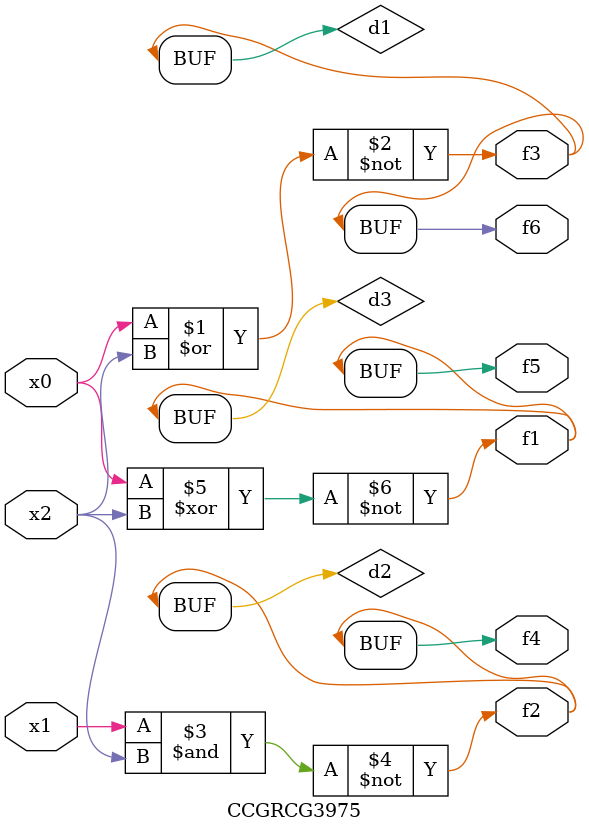
<source format=v>
module CCGRCG3975(
	input x0, x1, x2,
	output f1, f2, f3, f4, f5, f6
);

	wire d1, d2, d3;

	nor (d1, x0, x2);
	nand (d2, x1, x2);
	xnor (d3, x0, x2);
	assign f1 = d3;
	assign f2 = d2;
	assign f3 = d1;
	assign f4 = d2;
	assign f5 = d3;
	assign f6 = d1;
endmodule

</source>
